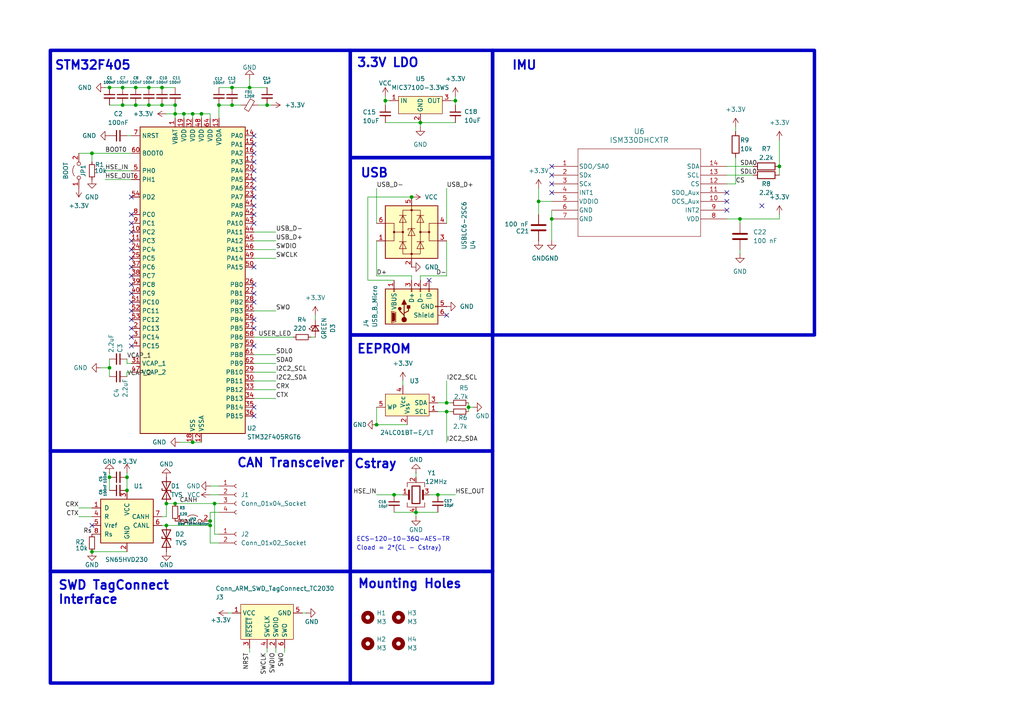
<source format=kicad_sch>
(kicad_sch (version 20231120) (generator "eeschema") (generator_version "8.0")
  (paper "A4")
  (lib_symbols
    (symbol "Connector:Conn_01x02_Socket" (pin_names (offset 1.016) hide)
      (property "Reference" "J" (at 0 2.54 0))
      (property "Value" "Conn_01x02_Socket" (at 0 -5.08 0))
      (symbol "Conn_01x02_Socket_1_1"
        (pin passive line (at -5.08 0 0) (length 3.81) (name "Pin_1") (number "1"))
        (pin passive line (at -5.08 -2.54 0) (length 3.81) (name "Pin_2") (number "2"))
      )
    )
    (symbol "Connector:Conn_01x04_Socket" (pin_names (offset 1.016) hide)
      (property "Reference" "J" (at 0 5.08 0))
      (property "Value" "Conn_01x04_Socket" (at 0 -7.62 0))
      (symbol "Conn_01x04_Socket_1_1"
        (pin passive line (at -5.08 2.54 0) (length 3.81) (name "Pin_1") (number "1"))
        (pin passive line (at -5.08 0 0) (length 3.81) (name "Pin_2") (number "2"))
        (pin passive line (at -5.08 -2.54 0) (length 3.81) (name "Pin_3") (number "3"))
        (pin passive line (at -5.08 -5.08 0) (length 3.81) (name "Pin_4") (number "4"))
      )
    )
    (symbol "Connector:Conn_ARM_SWD_TagConnect_TC2030" (in_bom no)
      (property "Reference" "J" (at 2.54 11.43 0))
      (property "Value" "Conn_ARM_SWD_TagConnect_TC2030" (at 5.08 8.89 0))
      (symbol "Conn_ARM_SWD_TagConnect_TC2030_0_0"
        (pin power_in line (at -2.54 10.16 270) (length 2.54) (name "VCC") (number "1"))
        (pin bidirectional line (at 7.62 -2.54 180) (length 2.54) (name "SWDIO") (number "2"))
        (pin open_collector line (at 7.62 5.08 180) (length 2.54) (name "~{RESET}") (number "3"))
        (pin output line (at 7.62 0 180) (length 2.54) (name "SWCLK") (number "4"))
        (pin power_in line (at -2.54 -10.16 90) (length 2.54) (name "GND") (number "5"))
        (pin input line (at 7.62 -5.08 180) (length 2.54) (name "SWO") (number "6"))
      )
    )
    (symbol "Connector:USB_B_Micro" (pin_names (offset 1.016))
      (property "Reference" "J" (at -5.08 11.43 0))
      (property "Value" "USB_B_Micro" (at -5.08 8.89 0))
      (symbol "USB_B_Micro_1_1"
        (pin power_out line (at 7.62 5.08 180) (length 2.54) (name "VBUS") (number "1"))
        (pin bidirectional line (at 7.62 -2.54 180) (length 2.54) (name "D-") (number "2"))
        (pin bidirectional line (at 7.62 0 180) (length 2.54) (name "D+") (number "3"))
        (pin passive line (at 7.62 -5.08 180) (length 2.54) (name "ID") (number "4"))
        (pin power_out line (at 0 -10.16 90) (length 2.54) (name "GND") (number "5"))
        (pin passive line (at -2.54 -10.16 90) (length 2.54) (name "Shield") (number "6"))
      )
    )
    (symbol "Device:C" (pin_numbers hide) (pin_names (offset 0.254))
      (property "Reference" "C" (at 0.635 2.54 0))
      (property "Value" "C" (at 0.635 -2.54 0))
      (symbol "C_1_1"
        (pin passive line (at 0 3.81 270) (length 2.794) (name "~") (number "1"))
        (pin passive line (at 0 -3.81 90) (length 2.794) (name "~") (number "2"))
      )
    )
    (symbol "Device:C_Small" (pin_numbers hide) (pin_names (offset 0.254) hide)
      (property "Reference" "C" (at 0.254 1.778 0))
      (property "Value" "C_Small" (at 0.254 -2.032 0))
      (symbol "C_Small_1_1"
        (pin passive line (at 0 2.54 270) (length 2.032) (name "~") (number "1"))
        (pin passive line (at 0 -2.54 90) (length 2.032) (name "~") (number "2"))
      )
    )
    (symbol "Device:Crystal_GND24" (pin_names (offset 1.016) hide)
      (property "Reference" "Y" (at 3.175 5.08 0))
      (property "Value" "Crystal_GND24" (at 3.175 3.175 0))
      (symbol "Crystal_GND24_1_1"
        (pin passive line (at -3.81 0 0) (length 1.27) (name "1") (number "1"))
        (pin passive line (at 0 5.08 270) (length 1.27) (name "2") (number "2"))
        (pin passive line (at 3.81 0 180) (length 1.27) (name "3") (number "3"))
        (pin passive line (at 0 -5.08 90) (length 1.27) (name "4") (number "4"))
      )
    )
    (symbol "Device:D_TVS" (pin_numbers hide) (pin_names (offset 1.016) hide)
      (property "Reference" "D" (at 0 2.54 0))
      (property "Value" "D_TVS" (at 0 -2.54 0))
      (symbol "D_TVS_1_1"
        (pin passive line (at -3.81 0 0) (length 2.54) (name "A1") (number "1"))
        (pin passive line (at 3.81 0 180) (length 2.54) (name "A2") (number "2"))
      )
    )
    (symbol "Device:FerriteBead_Small" (pin_numbers hide) (pin_names (offset 0))
      (property "Reference" "FB" (at 1.905 1.27 0))
      (property "Value" "FerriteBead_Small" (at 1.905 -1.27 0))
      (symbol "FerriteBead_Small_1_1"
        (pin passive line (at 0 2.54 270) (length 1.27) (name "~") (number "1"))
        (pin passive line (at 0 -2.54 90) (length 1.27) (name "~") (number "2"))
      )
    )
    (symbol "Device:LED_Small" (pin_numbers hide) (pin_names (offset 0.254) hide)
      (property "Reference" "D" (at -1.27 3.175 0))
      (property "Value" "LED_Small" (at -4.445 -2.54 0))
      (symbol "LED_Small_1_1"
        (pin passive line (at -2.54 0 0) (length 1.778) (name "K") (number "1"))
        (pin passive line (at 2.54 0 180) (length 1.778) (name "A") (number "2"))
      )
    )
    (symbol "Device:R" (pin_numbers hide) (pin_names (offset 0))
      (property "Reference" "R" (at 2.032 0 90))
      (property "Value" "R" (at 0 0 90))
      (symbol "R_1_1"
        (pin passive line (at 0 3.81 270) (length 1.27) (name "~") (number "1"))
        (pin passive line (at 0 -3.81 90) (length 1.27) (name "~") (number "2"))
      )
    )
    (symbol "Device:R_Small" (pin_numbers hide) (pin_names (offset 0.254) hide)
      (property "Reference" "R" (at 0.762 0.508 0))
      (property "Value" "R_Small" (at 0.762 -1.016 0))
      (symbol "R_Small_1_1"
        (pin passive line (at 0 2.54 270) (length 0.762) (name "~") (number "1"))
        (pin passive line (at 0 -2.54 90) (length 0.762) (name "~") (number "2"))
      )
    )
    (symbol "Interface_CAN_LIN:SN65HVD230" (pin_names (offset 1.016))
      (property "Reference" "U" (at -2.54 10.16 0))
      (property "Value" "SN65HVD230" (at -2.54 7.62 0))
      (symbol "SN65HVD230_1_1"
        (pin input line (at -10.16 2.54 0) (length 2.54) (name "D") (number "1"))
        (pin power_in line (at 0 -10.16 90) (length 2.54) (name "GND") (number "2"))
        (pin power_in line (at 0 7.62 270) (length 2.54) (name "VCC") (number "3"))
        (pin output line (at -10.16 0 0) (length 2.54) (name "R") (number "4"))
        (pin output line (at -10.16 -2.54 0) (length 2.54) (name "Vref") (number "5"))
        (pin bidirectional line (at 10.16 -2.54 180) (length 2.54) (name "CANL") (number "6"))
        (pin bidirectional line (at 10.16 0 180) (length 2.54) (name "CANH") (number "7"))
        (pin input line (at -10.16 -5.08 0) (length 2.54) (name "Rs") (number "8"))
      )
    )
    (symbol "Jumper:Jumper_2_Open" (pin_names (offset 0) hide)
      (property "Reference" "JP" (at 0 2.794 0))
      (property "Value" "Jumper_2_Open" (at 0 -2.286 0))
      (symbol "Jumper_2_Open_1_1"
        (pin passive line (at -5.08 0 0) (length 2.54) (name "A") (number "1"))
        (pin passive line (at 5.08 0 180) (length 2.54) (name "B") (number "2"))
      )
    )
    (symbol "Library:24LC01BT-x/LT"
      (property "Reference" "U" (at 5.08 1.27 0))
      (property "Value" "24LC01BT-x/LT" (at 10.16 -1.27 0))
      (symbol "24LC01BT-x/LT_1_1"
        (pin input line (at 8.89 -7.62 180) (length 2.54) (name "SCL") (number "1"))
        (pin power_in line (at 0 -11.43 90) (length 2.54) (name "Vss") (number "2"))
        (pin bidirectional line (at 8.89 -5.08 180) (length 2.54) (name "SDA") (number "3"))
        (pin power_in line (at -1.27 0 270) (length 2.54) (name "Vcc") (number "4"))
        (pin input line (at -8.89 -6.35 0) (length 2.54) (name "WP") (number "5"))
      )
    )
    (symbol "Library:MIC37100-3.3WS"
      (property "Reference" "U" (at 0 1.27 0))
      (property "Value" "MIC37100-3.3WS" (at 0 -1.27 0))
      (symbol "MIC37100-3.3WS_1_1"
        (pin power_in line (at -8.89 -3.81 0) (length 2.54) (name "IN") (number "1"))
        (pin power_in line (at 0 -10.16 90) (length 2.54) (name "GND") (number "2"))
        (pin power_out line (at 8.89 -3.81 180) (length 2.54) (name "OUT") (number "3"))
      )
    )
    (symbol "MCU_ST_STM32F4:STM32F405RGTx"
      (property "Reference" "U" (at -15.24 46.99 0))
      (property "Value" "STM32F405RGTx" (at 10.16 46.99 0))
      (symbol "STM32F405RGTx_1_1"
        (pin power_in line (at -5.08 48.26 270) (length 2.54) (name "VBAT") (number "1"))
        (pin bidirectional line (at -17.78 15.24 0) (length 2.54) (name "PC2") (number "10"))
        (pin bidirectional line (at -17.78 12.7 0) (length 2.54) (name "PC3") (number "11"))
        (pin power_in line (at 2.54 -45.72 90) (length 2.54) (name "VSSA") (number "12"))
        (pin power_in line (at 7.62 48.26 270) (length 2.54) (name "VDDA") (number "13"))
        (pin bidirectional line (at 17.78 43.18 180) (length 2.54) (name "PA0") (number "14"))
        (pin bidirectional line (at 17.78 40.64 180) (length 2.54) (name "PA1") (number "15"))
        (pin bidirectional line (at 17.78 38.1 180) (length 2.54) (name "PA2") (number "16"))
        (pin bidirectional line (at 17.78 35.56 180) (length 2.54) (name "PA3") (number "17"))
        (pin power_in line (at 0 -45.72 90) (length 2.54) (name "VSS") (number "18"))
        (pin power_in line (at -2.54 48.26 270) (length 2.54) (name "VDD") (number "19"))
        (pin bidirectional line (at -17.78 -12.7 0) (length 2.54) (name "PC13") (number "2"))
        (pin bidirectional line (at 17.78 33.02 180) (length 2.54) (name "PA4") (number "20"))
        (pin bidirectional line (at 17.78 30.48 180) (length 2.54) (name "PA5") (number "21"))
        (pin bidirectional line (at 17.78 27.94 180) (length 2.54) (name "PA6") (number "22"))
        (pin bidirectional line (at 17.78 25.4 180) (length 2.54) (name "PA7") (number "23"))
        (pin bidirectional line (at -17.78 10.16 0) (length 2.54) (name "PC4") (number "24"))
        (pin bidirectional line (at -17.78 7.62 0) (length 2.54) (name "PC5") (number "25"))
        (pin bidirectional line (at 17.78 0 180) (length 2.54) (name "PB0") (number "26"))
        (pin bidirectional line (at 17.78 -2.54 180) (length 2.54) (name "PB1") (number "27"))
        (pin bidirectional line (at 17.78 -5.08 180) (length 2.54) (name "PB2") (number "28"))
        (pin bidirectional line (at 17.78 -25.4 180) (length 2.54) (name "PB10") (number "29"))
        (pin bidirectional line (at -17.78 -15.24 0) (length 2.54) (name "PC14") (number "3"))
        (pin bidirectional line (at 17.78 -27.94 180) (length 2.54) (name "PB11") (number "30"))
        (pin power_out line (at -17.78 -22.86 0) (length 2.54) (name "VCAP_1") (number "31"))
        (pin power_in line (at 0 48.26 270) (length 2.54) (name "VDD") (number "32"))
        (pin bidirectional line (at 17.78 -30.48 180) (length 2.54) (name "PB12") (number "33"))
        (pin bidirectional line (at 17.78 -33.02 180) (length 2.54) (name "PB13") (number "34"))
        (pin bidirectional line (at 17.78 -35.56 180) (length 2.54) (name "PB14") (number "35"))
        (pin bidirectional line (at 17.78 -38.1 180) (length 2.54) (name "PB15") (number "36"))
        (pin bidirectional line (at -17.78 5.08 0) (length 2.54) (name "PC6") (number "37"))
        (pin bidirectional line (at -17.78 2.54 0) (length 2.54) (name "PC7") (number "38"))
        (pin bidirectional line (at -17.78 0 0) (length 2.54) (name "PC8") (number "39"))
        (pin bidirectional line (at -17.78 -17.78 0) (length 2.54) (name "PC15") (number "4"))
        (pin bidirectional line (at -17.78 -2.54 0) (length 2.54) (name "PC9") (number "40"))
        (pin bidirectional line (at 17.78 22.86 180) (length 2.54) (name "PA8") (number "41"))
        (pin bidirectional line (at 17.78 20.32 180) (length 2.54) (name "PA9") (number "42"))
        (pin bidirectional line (at 17.78 17.78 180) (length 2.54) (name "PA10") (number "43"))
        (pin bidirectional line (at 17.78 15.24 180) (length 2.54) (name "PA11") (number "44"))
        (pin bidirectional line (at 17.78 12.7 180) (length 2.54) (name "PA12") (number "45"))
        (pin bidirectional line (at 17.78 10.16 180) (length 2.54) (name "PA13") (number "46"))
        (pin power_out line (at -17.78 -25.4 0) (length 2.54) (name "VCAP_2") (number "47"))
        (pin power_in line (at 2.54 48.26 270) (length 2.54) (name "VDD") (number "48"))
        (pin bidirectional line (at 17.78 7.62 180) (length 2.54) (name "PA14") (number "49"))
        (pin bidirectional line (at -17.78 33.02 0) (length 2.54) (name "PH0") (number "5"))
        (pin bidirectional line (at 17.78 5.08 180) (length 2.54) (name "PA15") (number "50"))
        (pin bidirectional line (at -17.78 -5.08 0) (length 2.54) (name "PC10") (number "51"))
        (pin bidirectional line (at -17.78 -7.62 0) (length 2.54) (name "PC11") (number "52"))
        (pin bidirectional line (at -17.78 -10.16 0) (length 2.54) (name "PC12") (number "53"))
        (pin bidirectional line (at -17.78 25.4 0) (length 2.54) (name "PD2") (number "54"))
        (pin bidirectional line (at 17.78 -7.62 180) (length 2.54) (name "PB3") (number "55"))
        (pin bidirectional line (at 17.78 -10.16 180) (length 2.54) (name "PB4") (number "56"))
        (pin bidirectional line (at 17.78 -12.7 180) (length 2.54) (name "PB5") (number "57"))
        (pin bidirectional line (at 17.78 -15.24 180) (length 2.54) (name "PB6") (number "58"))
        (pin bidirectional line (at 17.78 -17.78 180) (length 2.54) (name "PB7") (number "59"))
        (pin bidirectional line (at -17.78 30.48 0) (length 2.54) (name "PH1") (number "6"))
        (pin input line (at -17.78 38.1 0) (length 2.54) (name "BOOT0") (number "60"))
        (pin bidirectional line (at 17.78 -20.32 180) (length 2.54) (name "PB8") (number "61"))
        (pin bidirectional line (at 17.78 -22.86 180) (length 2.54) (name "PB9") (number "62"))
        (pin passive line (at 0 -45.72 90) (length 2.54) hide (name "VSS") (number "63"))
        (pin power_in line (at 5.08 48.26 270) (length 2.54) (name "VDD") (number "64"))
        (pin input line (at -17.78 43.18 0) (length 2.54) (name "NRST") (number "7"))
        (pin bidirectional line (at -17.78 20.32 0) (length 2.54) (name "PC0") (number "8"))
        (pin bidirectional line (at -17.78 17.78 0) (length 2.54) (name "PC1") (number "9"))
      )
    )
    (symbol "Mechanical:MountingHole" (pin_names (offset 1.016))
      (property "Reference" "H" (at 0 5.08 0))
      (property "Value" "MountingHole" (at 0 3.175 0))
    )
    (symbol "Power_Protection:USBLC6-2SC6" (pin_names hide)
      (property "Reference" "U" (at 2.54 8.89 0))
      (property "Value" "USBLC6-2SC6" (at 2.54 -8.89 0))
      (symbol "USBLC6-2SC6_1_1"
        (pin passive line (at -10.16 -2.54 0) (length 2.54) (name "I/O1") (number "1"))
        (pin passive line (at 0 -10.16 90) (length 2.54) (name "GND") (number "2"))
        (pin passive line (at 10.16 -2.54 180) (length 2.54) (name "I/O2") (number "3"))
        (pin passive line (at 10.16 2.54 180) (length 2.54) (name "I/O2") (number "4"))
        (pin passive line (at 0 10.16 270) (length 2.54) (name "VBUS") (number "5"))
        (pin passive line (at -10.16 2.54 0) (length 2.54) (name "I/O1") (number "6"))
      )
    )
    (symbol "ism330dhcx:ISM330DHCXTR" (pin_names (offset 0.254))
      (property "Reference" "U" (at 25.4 10.16 0))
      (property "Value" "ISM330DHCXTR" (at 25.4 7.62 0))
      (symbol "ISM330DHCXTR_0_1"
        (pin unspecified line (at 0 0 0) (length 7.62) (name "SDO/SA0") (number "1"))
        (pin unspecified line (at 50.8 -10.16 180) (length 7.62) (name "OCS_Aux") (number "10"))
        (pin unspecified line (at 50.8 -7.62 180) (length 7.62) (name "SDO_Aux") (number "11"))
        (pin unspecified line (at 50.8 -5.08 180) (length 7.62) (name "CS") (number "12"))
        (pin unspecified line (at 50.8 -2.54 180) (length 7.62) (name "SCL") (number "13"))
        (pin unspecified line (at 50.8 0 180) (length 7.62) (name "SDA") (number "14"))
        (pin unspecified line (at 0 -2.54 0) (length 7.62) (name "SDx") (number "2"))
        (pin unspecified line (at 0 -5.08 0) (length 7.62) (name "SCx") (number "3"))
        (pin input line (at 0 -7.62 0) (length 7.62) (name "INT1") (number "4"))
        (pin power_in line (at 0 -10.16 0) (length 7.62) (name "VDDIO") (number "5"))
        (pin power_out line (at 0 -12.7 0) (length 7.62) (name "GND") (number "6"))
        (pin power_out line (at 0 -15.24 0) (length 7.62) (name "GND") (number "7"))
        (pin power_in line (at 50.8 -15.24 180) (length 7.62) (name "VDD") (number "8"))
        (pin input line (at 50.8 -12.7 180) (length 7.62) (name "INT2") (number "9"))
      )
    )
    (symbol "power:+3.3V" (power) (pin_names (offset 0))
      (property "Value" "+3.3V" (at 0 3.556 0))
      (symbol "+3.3V_1_1"
        (pin power_in line (at 0 0 90) (length 0) hide (name "+3.3V") (number "1"))
      )
    )
    (symbol "power:GND" (power) (pin_numbers hide) (pin_names (offset 0) hide)
      (property "Value" "GND" (at 0 -3.81 0))
      (symbol "GND_1_1"
        (pin power_in line (at 0 0 270) (length 0) (name "~") (number "1"))
      )
    )
    (symbol "power:VCC" (power) (pin_names (offset 0))
      (property "Value" "VCC" (at 0 3.81 0))
      (symbol "VCC_1_1"
        (pin power_in line (at 0 0 90) (length 0) hide (name "VCC") (number "1"))
      )
    )
  )
  (junction (at 132.08 29.21))
  (junction (at 46.99 30.48))
  (junction (at 127 143.51))
  (junction (at 67.31 25.4))
  (junction (at 26.67 44.45))
  (junction (at 36.83 142.24))
  (junction (at 120.65 148.59))
  (junction (at 60.96 152.4))
  (junction (at 35.56 25.4))
  (junction (at 26.67 160.02))
  (junction (at 35.56 30.48))
  (junction (at 31.75 25.4))
  (junction (at 111.76 29.21))
  (junction (at 50.8 146.05))
  (junction (at 43.18 30.48))
  (junction (at 160.02 63.5))
  (junction (at 50.8 30.48))
  (junction (at 214.63 63.5))
  (junction (at 121.92 35.56))
  (junction (at 39.37 30.48))
  (junction (at 55.88 128.27))
  (junction (at 63.5 30.48))
  (junction (at 60.96 151.13))
  (junction (at 55.88 33.02))
  (junction (at 114.3 143.51))
  (junction (at 43.18 25.4))
  (junction (at 46.99 25.4))
  (junction (at 129.54 119.38))
  (junction (at 72.39 25.4))
  (junction (at 48.26 152.4))
  (junction (at 31.75 106.68))
  (junction (at 58.42 33.02))
  (junction (at 67.31 30.48))
  (junction (at 53.34 33.02))
  (junction (at 156.21 58.42))
  (junction (at 129.54 116.84))
  (junction (at 77.47 30.48))
  (junction (at 119.38 57.15))
  (junction (at 36.83 138.43))
  (junction (at 31.75 138.43))
  (junction (at 62.23 146.05))
  (junction (at 50.8 33.02))
  (junction (at 109.22 123.19))
  (junction (at 39.37 25.4))
  (junction (at 135.89 118.11))
  (junction (at 226.06 48.26))
  (junction (at 48.26 146.05))
  (no_connect (at 38.1 69.85))
  (no_connect (at 38.1 77.47))
  (no_connect (at 73.66 95.25))
  (no_connect (at 73.66 54.61))
  (no_connect (at 210.82 55.88))
  (no_connect (at 38.1 87.63))
  (no_connect (at 38.1 85.09))
  (no_connect (at 73.66 44.45))
  (no_connect (at 160.02 53.34))
  (no_connect (at 38.1 62.23))
  (no_connect (at 73.66 52.07))
  (no_connect (at 124.46 81.28))
  (no_connect (at 38.1 97.79))
  (no_connect (at 38.1 72.39))
  (no_connect (at 73.66 57.15))
  (no_connect (at 73.66 46.99))
  (no_connect (at 73.66 85.09))
  (no_connect (at 220.98 59.69))
  (no_connect (at 210.82 60.96))
  (no_connect (at 38.1 64.77))
  (no_connect (at 73.66 64.77))
  (no_connect (at 73.66 92.71))
  (no_connect (at 38.1 80.01))
  (no_connect (at 38.1 90.17))
  (no_connect (at 38.1 74.93))
  (no_connect (at 38.1 82.55))
  (no_connect (at 73.66 62.23))
  (no_connect (at 38.1 67.31))
  (no_connect (at 160.02 48.26))
  (no_connect (at 38.1 95.25))
  (no_connect (at 73.66 59.69))
  (no_connect (at 210.82 58.42))
  (no_connect (at 73.66 49.53))
  (no_connect (at 160.02 55.88))
  (no_connect (at 38.1 92.71))
  (no_connect (at 160.02 50.8))
  (no_connect (at 73.66 118.11))
  (no_connect (at 73.66 82.55))
  (no_connect (at 73.66 39.37))
  (no_connect (at 73.66 120.65))
  (no_connect (at 129.54 91.44))
  (no_connect (at 73.66 41.91))
  (no_connect (at 38.1 57.15))
  (no_connect (at 73.66 100.33))
  (no_connect (at 73.66 77.47))
  (no_connect (at 38.1 100.33))
  (no_connect (at 73.66 87.63))
  (no_connect (at 26.67 152.4))
  (wire (pts (xy 55.88 33.02) (xy 53.34 33.02)))
  (wire (pts (xy 31.75 106.68) (xy 31.75 109.22)))
  (wire (pts (xy 160.02 63.5) (xy 160.02 69.85)))
  (wire (pts (xy 210.82 53.34) (xy 213.36 53.34)))
  (wire (pts (xy 109.22 69.85) (xy 109.22 80.01)))
  (wire (pts (xy 74.93 30.48) (xy 77.47 30.48)))
  (wire (pts (xy 67.31 25.4) (xy 72.39 25.4)))
  (wire (pts (xy 129.54 119.38) (xy 130.81 119.38)))
  (wire (pts (xy 63.5 30.48) (xy 63.5 34.29)))
  (wire (pts (xy 31.75 104.14) (xy 31.75 106.68)))
  (wire (pts (xy 36.83 105.41) (xy 38.1 105.41)))
  (wire (pts (xy 213.36 36.83) (xy 213.36 38.1)))
  (wire (pts (xy 129.54 110.49) (xy 129.54 116.84)))
  (wire (pts (xy 80.01 105.41) (xy 73.66 105.41)))
  (wire (pts (xy 129.54 80.01) (xy 129.54 69.85)))
  (wire (pts (xy 73.66 69.85) (xy 80.01 69.85)))
  (wire (pts (xy 129.54 116.84) (xy 127 116.84)))
  (wire (pts (xy 111.76 35.56) (xy 121.92 35.56)))
  (wire (pts (xy 55.88 34.29) (xy 55.88 33.02)))
  (wire (pts (xy 46.99 25.4) (xy 50.8 25.4)))
  (wire (pts (xy 62.23 154.94) (xy 63.5 154.94)))
  (wire (pts (xy 129.54 119.38) (xy 127 119.38)))
  (wire (pts (xy 30.48 49.53) (xy 38.1 49.53)))
  (wire (pts (xy 22.86 149.86) (xy 26.67 149.86)))
  (wire (pts (xy 31.75 137.16) (xy 31.75 138.43)))
  (wire (pts (xy 60.96 33.02) (xy 58.42 33.02)))
  (wire (pts (xy 80.01 189.23) (xy 80.01 187.96)))
  (wire (pts (xy 60.96 157.48) (xy 63.5 157.48)))
  (wire (pts (xy 114.3 148.59) (xy 120.65 148.59)))
  (wire (pts (xy 39.37 30.48) (xy 43.18 30.48)))
  (wire (pts (xy 55.88 33.02) (xy 58.42 33.02)))
  (wire (pts (xy 35.56 25.4) (xy 39.37 25.4)))
  (wire (pts (xy 60.96 140.97) (xy 63.5 140.97)))
  (wire (pts (xy 48.26 152.4) (xy 60.96 152.4)))
  (wire (pts (xy 63.5 25.4) (xy 67.31 25.4)))
  (wire (pts (xy 114.3 143.51) (xy 116.84 143.51)))
  (wire (pts (xy 121.92 36.83) (xy 121.92 35.56)))
  (wire (pts (xy 73.66 67.31) (xy 80.01 67.31)))
  (wire (pts (xy 135.89 116.84) (xy 135.89 118.11)))
  (wire (pts (xy 62.23 146.05) (xy 62.23 154.94)))
  (wire (pts (xy 26.67 46.99) (xy 26.67 44.45)))
  (wire (pts (xy 60.96 152.4) (xy 60.96 157.48)))
  (wire (pts (xy 111.76 29.21) (xy 113.03 29.21)))
  (wire (pts (xy 73.66 97.79) (xy 85.09 97.79)))
  (wire (pts (xy 135.89 118.11) (xy 137.16 118.11)))
  (wire (pts (xy 106.68 81.28) (xy 106.68 57.15)))
  (wire (pts (xy 72.39 25.4) (xy 77.47 25.4)))
  (wire (pts (xy 60.96 151.13) (xy 60.96 148.59)))
  (wire (pts (xy 60.96 151.13) (xy 60.96 152.4)))
  (wire (pts (xy 48.26 33.02) (xy 50.8 33.02)))
  (wire (pts (xy 62.23 146.05) (xy 63.5 146.05)))
  (wire (pts (xy 43.18 30.48) (xy 46.99 30.48)))
  (wire (pts (xy 226.06 48.26) (xy 226.06 50.8)))
  (wire (pts (xy 120.65 137.16) (xy 120.65 138.43)))
  (wire (pts (xy 31.75 25.4) (xy 35.56 25.4)))
  (wire (pts (xy 127 143.51) (xy 132.08 143.51)))
  (wire (pts (xy 36.83 104.14) (xy 36.83 105.41)))
  (wire (pts (xy 116.84 110.49) (xy 116.84 111.76)))
  (wire (pts (xy 36.83 137.16) (xy 36.83 138.43)))
  (wire (pts (xy 80.01 102.87) (xy 73.66 102.87)))
  (wire (pts (xy 109.22 118.11) (xy 109.22 123.19)))
  (wire (pts (xy 50.8 33.02) (xy 53.34 33.02)))
  (wire (pts (xy 114.3 81.28) (xy 106.68 81.28)))
  (wire (pts (xy 109.22 54.61) (xy 109.22 64.77)))
  (wire (pts (xy 48.26 149.86) (xy 48.26 146.05)))
  (wire (pts (xy 132.08 29.21) (xy 132.08 30.48)))
  (wire (pts (xy 50.8 146.05) (xy 62.23 146.05)))
  (wire (pts (xy 91.44 91.44) (xy 91.44 92.71)))
  (wire (pts (xy 46.99 30.48) (xy 50.8 30.48)))
  (wire (pts (xy 119.38 80.01) (xy 119.38 81.28)))
  (wire (pts (xy 63.5 30.48) (xy 67.31 30.48)))
  (wire (pts (xy 156.21 54.61) (xy 156.21 58.42)))
  (wire (pts (xy 36.83 138.43) (xy 36.83 142.24)))
  (wire (pts (xy 82.55 189.23) (xy 82.55 187.96)))
  (wire (pts (xy 73.66 107.95) (xy 80.01 107.95)))
  (wire (pts (xy 214.63 72.39) (xy 214.63 73.66)))
  (wire (pts (xy 46.99 149.86) (xy 48.26 149.86)))
  (wire (pts (xy 132.08 27.94) (xy 132.08 29.21)))
  (wire (pts (xy 214.63 63.5) (xy 210.82 63.5)))
  (wire (pts (xy 67.31 30.48) (xy 69.85 30.48)))
  (wire (pts (xy 31.75 30.48) (xy 35.56 30.48)))
  (wire (pts (xy 91.44 97.79) (xy 90.17 97.79)))
  (wire (pts (xy 127 143.51) (xy 124.46 143.51)))
  (wire (pts (xy 210.82 48.26) (xy 218.44 48.26)))
  (wire (pts (xy 36.83 109.22) (xy 36.83 107.95)))
  (wire (pts (xy 87.63 177.8) (xy 88.9 177.8)))
  (wire (pts (xy 73.66 115.57) (xy 80.01 115.57)))
  (wire (pts (xy 130.81 29.21) (xy 132.08 29.21)))
  (wire (pts (xy 73.66 90.17) (xy 80.01 90.17)))
  (wire (pts (xy 129.54 128.27) (xy 129.54 119.38)))
  (wire (pts (xy 53.34 33.02) (xy 53.34 34.29)))
  (wire (pts (xy 73.66 110.49) (xy 80.01 110.49)))
  (wire (pts (xy 60.96 148.59) (xy 63.5 148.59)))
  (wire (pts (xy 50.8 30.48) (xy 50.8 33.02)))
  (wire (pts (xy 213.36 45.72) (xy 213.36 53.34)))
  (wire (pts (xy 226.06 40.64) (xy 226.06 48.26)))
  (wire (pts (xy 156.21 58.42) (xy 156.21 62.23)))
  (wire (pts (xy 22.86 147.32) (xy 26.67 147.32)))
  (wire (pts (xy 50.8 34.29) (xy 50.8 33.02)))
  (wire (pts (xy 210.82 50.8) (xy 218.44 50.8)))
  (wire (pts (xy 135.89 118.11) (xy 135.89 119.38)))
  (wire (pts (xy 160.02 60.96) (xy 160.02 63.5)))
  (wire (pts (xy 66.04 177.8) (xy 67.31 177.8)))
  (wire (pts (xy 48.26 146.05) (xy 50.8 146.05)))
  (wire (pts (xy 72.39 22.86) (xy 72.39 25.4)))
  (wire (pts (xy 129.54 54.61) (xy 129.54 64.77)))
  (wire (pts (xy 120.65 148.59) (xy 127 148.59)))
  (wire (pts (xy 26.67 44.45) (xy 38.1 44.45)))
  (wire (pts (xy 55.88 128.27) (xy 58.42 128.27)))
  (wire (pts (xy 35.56 30.48) (xy 39.37 30.48)))
  (wire (pts (xy 73.66 74.93) (xy 80.01 74.93)))
  (wire (pts (xy 226.06 62.23) (xy 226.06 63.5)))
  (wire (pts (xy 121.92 81.28) (xy 121.92 80.01)))
  (wire (pts (xy 46.99 152.4) (xy 48.26 152.4)))
  (wire (pts (xy 109.22 123.19) (xy 118.11 123.19)))
  (wire (pts (xy 121.92 80.01) (xy 129.54 80.01)))
  (wire (pts (xy 106.68 57.15) (xy 119.38 57.15)))
  (wire (pts (xy 60.96 143.51) (xy 63.5 143.51)))
  (wire (pts (xy 29.21 106.68) (xy 31.75 106.68)))
  (wire (pts (xy 121.92 35.56) (xy 132.08 35.56)))
  (wire (pts (xy 73.66 72.39) (xy 80.01 72.39)))
  (wire (pts (xy 30.48 25.4) (xy 31.75 25.4)))
  (wire (pts (xy 111.76 30.48) (xy 111.76 29.21)))
  (wire (pts (xy 43.18 25.4) (xy 46.99 25.4)))
  (wire (pts (xy 109.22 80.01) (xy 119.38 80.01)))
  (wire (pts (xy 72.39 189.23) (xy 72.39 187.96)))
  (wire (pts (xy 160.02 58.42) (xy 156.21 58.42)))
  (wire (pts (xy 30.48 52.07) (xy 38.1 52.07)))
  (wire (pts (xy 60.96 34.29) (xy 60.96 33.02)))
  (wire (pts (xy 214.63 63.5) (xy 226.06 63.5)))
  (wire (pts (xy 52.07 128.27) (xy 55.88 128.27)))
  (wire (pts (xy 58.42 34.29) (xy 58.42 33.02)))
  (wire (pts (xy 129.54 116.84) (xy 130.81 116.84)))
  (wire (pts (xy 26.67 160.02) (xy 36.83 160.02)))
  (wire (pts (xy 111.76 27.94) (xy 111.76 29.21)))
  (wire (pts (xy 80.01 113.03) (xy 73.66 113.03)))
  (wire (pts (xy 120.65 148.59) (xy 120.65 149.86)))
  (wire (pts (xy 109.22 143.51) (xy 114.3 143.51)))
  (wire (pts (xy 77.47 30.48) (xy 78.74 30.48)))
  (wire (pts (xy 36.83 107.95) (xy 38.1 107.95)))
  (wire (pts (xy 22.86 44.45) (xy 26.67 44.45)))
  (wire (pts (xy 39.37 25.4) (xy 43.18 25.4)))
  (wire (pts (xy 77.47 189.23) (xy 77.47 187.96)))
  (wire (pts (xy 214.63 64.77) (xy 214.63 63.5)))
  (wire (pts (xy 36.83 39.37) (xy 38.1 39.37)))
  (wire (pts (xy 31.75 138.43) (xy 31.75 142.24)))
  (rectangle (start 14.605 130.81) (end 101.6 165.735) (stroke (width 1)))
  (rectangle (start 101.6 130.81) (end 142.875 165.735) (stroke (width 1)))
  (rectangle (start 101.6 165.735) (end 142.875 198.12) (stroke (width 1)))
  (rectangle (start 101.6 97.155) (end 142.875 130.81) (stroke (width 1)))
  (rectangle (start 14.605 14.605) (end 101.6 130.81) (stroke (width 1)))
  (rectangle (start 14.605 165.735) (end 101.6 198.12) (stroke (width 1)))
  (rectangle (start 101.6 14.605) (end 142.875 45.72) (stroke (width 1)))
  (rectangle (start 101.6 45.72) (end 142.875 97.155) (stroke (width 1)))
  (rectangle (start 142.875 14.605) (end 236.22 97.155) (stroke (width 1)))
  (text "EEPROM" (at 103.378 102.87 0) (effects (font (size 2.56 2.56) (thickness 0.512) (bold yes)) (justify left bottom)))
  (text "STM32F405" (at 15.748 20.574 0) (effects (font (size 2.56 2.56) (thickness 0.512) (bold yes)) (justify left bottom)))
  (text "Cload = 2*(CL - Cstray)" (at 103.378 159.766 0) (effects (font (size 1.27 1.27)) (justify left bottom)))
  (text "IMU" (at 148.336 20.574 0) (effects (font (size 2.56 2.56) (thickness 0.512) (bold yes)) (justify left bottom)))
  (text "Cstray" (at 102.616 136.144 0) (effects (font (size 2.56 2.56) (thickness 0.512) (bold yes)) (justify left bottom)))
  (text "SWD TagConnect\nInterface" (at 16.764 175.514 0) (effects (font (size 2.56 2.56) (thickness 0.512) (bold yes)) (justify left bottom)))
  (text "CAN Transceiver" (at 68.58 135.89 0) (effects (font (size 2.56 2.56) (thickness 0.512) (bold yes)) (justify left bottom)))
  (text "ECS-120-10-36Q-AES-TR" (at 103.378 157.226 0) (effects (font (size 1.27 1.27)) (justify left bottom)))
  (text "3.3V LDO" (at 103.378 19.812 0) (effects (font (size 2.56 2.56) (thickness 0.512) (bold yes)) (justify left bottom)))
  (text "USB" (at 104.394 51.816 0) (effects (font (size 2.56 2.56) (thickness 0.512) (bold yes)) (justify left bottom)))
  (text "Mounting Holes" (at 103.632 170.942 0) (effects (font (size 2.56 2.56) (thickness 0.512) (bold yes)) (justify left bottom)))
  (label "HSE_OUT" (at 132.08 143.51 0))
  (label "USER_LED" (at 74.93 97.79 0))
  (label "USB_D+" (at 80.01 69.85 0))
  (label "I2C2_SCL" (at 129.54 110.49 0))
  (label "CRX" (at 80.01 113.03 0))
  (label "SWDIO" (at 80.01 189.23 270))
  (label "SWO" (at 80.01 90.17 0))
  (label "HSE_OUT" (at 30.48 52.07 0))
  (label "CS" (at 213.36 53.34 0))
  (label "BOOT0" (at 30.48 44.45 0))
  (label "Rs" (at 26.67 154.94 180))
  (label "CTX" (at 22.86 149.86 180))
  (label "CANL" (at 52.07 152.4 0))
  (label "SDA0" (at 214.63 48.26 0))
  (label "SDL0" (at 80.01 102.87 0))
  (label "SWDIO" (at 80.01 72.39 0))
  (label "SWCLK" (at 80.01 74.93 0))
  (label "D-" (at 129.54 80.01 180))
  (label "USB_D-" (at 80.01 67.31 0))
  (label "NRST" (at 72.39 189.23 270))
  (label "VCAP_1" (at 36.83 104.14 0))
  (label "USB_D-" (at 109.22 54.61 0))
  (label "SWCLK" (at 77.47 189.23 270))
  (label "HSE_IN" (at 30.48 49.53 0))
  (label "D+" (at 109.22 80.01 0))
  (label "SWO" (at 82.55 189.23 270))
  (label "USB_D+" (at 129.54 54.61 0))
  (label "CTX" (at 80.01 115.57 0))
  (label "CRX" (at 22.86 147.32 180))
  (label "SDA0" (at 80.01 105.41 0))
  (label "VCAP_2" (at 36.83 109.22 0))
  (label "HSE_IN" (at 109.22 143.51 180))
  (label "I2C2_SCL" (at 80.01 107.95 0))
  (label "I2C2_SDA" (at 129.54 128.27 0))
  (label "I2C2_SDA" (at 80.01 110.49 0))
  (label "SDL0" (at 214.63 50.8 0))
  (label "CANH" (at 52.07 146.05 0))
  (symbol (lib_id "power:GND") (at 26.67 160.02 0) (unit 1)
    (property "Reference" "#PWR03" (effects (hide yes)))
    (property "Value" "GND" (at 26.67 163.83 0))
    (property "Description" "Power symbol creates a global label with name \"GND\" , ground" (effects (hide yes)))
  )
  (symbol (lib_id "Device:C_Small") (at 114.3 146.05 0) (unit 1)
    (property "Reference" "C16" (at 109.728 145.542 0) (effects (font (size 0.75 0.75)) (justify left)))
    (property "Value" "10pF" (at 109.728 146.812 0) (effects (font (size 0.75 0.75)) (justify left)))
    (property "Footprint" "Capacitor_SMD:C_0402_1005Metric" (effects (hide yes)))
  )
  (symbol (lib_id "power:GND") (at 214.63 73.66 0) (mirror y) (unit 1)
    (property "Reference" "#PWR038" (effects (hide yes)))
    (property "Value" "GND" (at 214.63 78.74 0))
    (property "Description" "Power symbol creates a global label with name \"GND\" , ground" (effects (hide yes)))
  )
  (symbol (lib_id "Device:C_Small") (at 43.18 27.94 0) (unit 1)
    (property "Reference" "C9" (at 42.418 22.606 0) (effects (font (size 0.75 0.75)) (justify left)))
    (property "Value" "100nF" (at 41.402 23.876 0) (effects (font (size 0.75 0.75)) (justify left)))
    (property "Footprint" "Capacitor_SMD:C_0402_1005Metric" (effects (hide yes)))
  )
  (symbol (lib_id "power:+3.3V") (at 78.74 30.48 270) (unit 1)
    (property "Reference" "#PWR017" (effects (hide yes)))
    (property "Value" "+3.3V" (at 82.55 30.4799 90) (effects (justify left)))
  )
  (symbol (lib_id "power:+3.3V") (at 48.26 33.02 90) (unit 1)
    (property "Reference" "#PWR09" (effects (hide yes)))
    (property "Value" "+3.3V" (at 44.45 33.0199 90) (effects (justify left)))
  )
  (symbol (lib_id "Device:C_Small") (at 111.76 33.02 0) (unit 1)
    (property "Reference" "C15" (at 105.156 32.512 0) (effects (justify left)))
    (property "Value" "10uF" (at 105.156 35.052 0) (effects (justify left)))
    (property "Footprint" "Capacitor_SMD:C_0805_2012Metric" (effects (hide yes)))
  )
  (symbol (lib_id "Device:C_Small") (at 50.8 27.94 0) (unit 1)
    (property "Reference" "C11" (at 50.038 22.606 0) (effects (font (size 0.75 0.75)) (justify left)))
    (property "Value" "100nF" (at 49.022 23.876 0) (effects (font (size 0.75 0.75)) (justify left)))
    (property "Footprint" "Capacitor_SMD:C_0402_1005Metric" (effects (hide yes)))
  )
  (symbol (lib_id "power:GND") (at 48.26 138.43 180) (unit 1)
    (property "Reference" "#PWR010" (effects (hide yes)))
    (property "Value" "GND" (at 48.26 134.62 0))
    (property "Description" "Power symbol creates a global label with name \"GND\" , ground" (effects (hide yes)))
  )
  (symbol (lib_id "Device:C") (at 156.21 66.04 0) (mirror x) (unit 1)
    (property "Reference" "C21" (at 149.606 67.056 0) (effects (justify left)))
    (property "Value" "100 nF" (at 146.304 65.024 0) (effects (justify left)))
    (property "Footprint" "Capacitor_SMD:C_0402_1005Metric" (effects (hide yes)))
  )
  (symbol (lib_id "power:GND") (at 119.38 77.47 90) (unit 1)
    (property "Reference" "#PWR024" (effects (hide yes)))
    (property "Value" "GND" (at 123.19 77.4699 90) (effects (justify right)))
    (property "Description" "Power symbol creates a global label with name \"GND\" , ground" (effects (hide yes)))
  )
  (symbol (lib_id "MCU_ST_STM32F4:STM32F405RGTx") (at 55.88 82.55 0) (unit 1)
    (property "Reference" "U2" (at 71.628 124.206 0) (effects (justify left)))
    (property "Value" "STM32F405RGT6" (at 71.628 126.746 0) (effects (justify left)))
    (property "Footprint" "Package_QFP:LQFP-64_10x10mm_P0.5mm" (effects (hide yes)))
    (property "Datasheet" "https://www.st.com/resource/en/datasheet/stm32f405rg.pdf" (effects (hide yes)))
  )
  (symbol (lib_id "power:+3.3V") (at 213.36 36.83 0) (unit 1)
    (property "Reference" "#PWR036" (effects (hide yes)))
    (property "Value" "+3.3V" (at 213.36 31.75 0))
  )
  (symbol (lib_id "power:GND") (at 31.75 137.16 180) (unit 1)
    (property "Reference" "#PWR07" (effects (hide yes)))
    (property "Value" "GND" (at 31.75 133.858 0))
    (property "Description" "Power symbol creates a global label with name \"GND\" , ground" (effects (hide yes)))
  )
  (symbol (lib_id "Device:C") (at 214.63 68.58 0) (unit 1)
    (property "Reference" "C22" (at 218.44 67.31 0) (effects (justify left)))
    (property "Value" "100 nF" (at 218.44 69.85 0) (effects (justify left)))
    (property "Footprint" "Capacitor_SMD:C_0402_1005Metric" (effects (hide yes)))
  )
  (symbol (lib_id "power:GND") (at 30.48 25.4 270) (unit 1)
    (property "Reference" "#PWR05" (effects (hide yes)))
    (property "Value" "GND" (at 26.67 25.3999 90) (effects (justify right)))
    (property "Description" "Power symbol creates a global label with name \"GND\" , ground" (effects (hide yes)))
  )
  (symbol (lib_id "Mechanical:MountingHole") (at 106.68 186.69 0) (unit 1)
    (property "Reference" "H2" (at 109.22 185.42 0) (effects (justify left)))
    (property "Value" "M3" (at 109.22 187.96 0) (effects (justify left)))
    (property "Footprint" "MountingHole:MountingHole_3.2mm_M3" (effects (hide yes)))
  )
  (symbol (lib_id "Jumper:Jumper_2_Open") (at 55.88 151.13 0) (unit 1)
    (property "Reference" "JP2" (at 55.88 150.622 0) (effects (font (size 0.75 0.75))))
    (property "Value" "Bus Termination" (at 56.134 151.892 0) (effects (font (size 0.75 0.75))))
    (property "Footprint" "Connector_PinHeader_2.54mm:PinHeader_1x02_P2.54mm_Vertical" (effects (hide yes)))
  )
  (symbol (lib_id "Device:C_Small") (at 67.31 27.94 0) (unit 1)
    (property "Reference" "C13" (at 66.04 22.7393 0) (effects (font (size 0.75 0.75)) (justify left)))
    (property "Value" "1uF" (at 66.294 23.876 0) (effects (font (size 0.75 0.75)) (justify left)))
    (property "Footprint" "Capacitor_SMD:C_0603_1608Metric" (effects (hide yes)))
  )
  (symbol (lib_id "Device:R_Small") (at 50.8 148.59 0) (unit 1)
    (property "Reference" "R3" (at 52.07 147.32 0) (effects (font (size 0.75 0.75)) (justify left)))
    (property "Value" "120" (at 52.07 149.098 0) (effects (font (size 0.75 0.75)) (justify left)))
    (property "Footprint" "Resistor_SMD:R_0603_1608Metric" (effects (hide yes)))
  )
  (symbol (lib_id "Connector:Conn_ARM_SWD_TagConnect_TC2030") (at 77.47 180.34 90) (mirror x) (unit 1) (in_bom no)
    (property "Reference" "J3" (at 62.484 173.228 90) (effects (justify right)))
    (property "Value" "Conn_ARM_SWD_TagConnect_TC2030" (at 62.484 170.688 90) (effects (justify right)))
    (property "Footprint" "Connector:Tag-Connect_TC2030-IDC-NL_2x03_P1.27mm_Vertical" (effects (hide yes)))
    (property "Datasheet" "https://www.tag-connect.com/wp-content/uploads/bsk-pdf-manager/TC2030-CTX_1.pdf" (effects (hide yes)))
  )
  (symbol (lib_id "power:+3.3V") (at 226.06 62.23 0) (unit 1)
    (property "Reference" "#PWR037" (effects (hide yes)))
    (property "Value" "+3.3V" (at 226.06 57.15 0))
  )
  (symbol (lib_id "power:GND") (at 60.96 140.97 270) (unit 1)
    (property "Reference" "#PWR013" (effects (hide yes)))
    (property "Value" "GND" (at 58.166 140.97 90) (effects (justify right)))
    (property "Description" "Power symbol creates a global label with name \"GND\" , ground" (effects (hide yes)))
  )
  (symbol (lib_id "power:+3.3V") (at 36.83 137.16 0) (unit 1)
    (property "Reference" "#PWR08" (effects (hide yes)))
    (property "Value" "+3.3V" (at 36.83 133.858 0))
  )
  (symbol (lib_id "power:+3.3V") (at 22.86 54.61 180) (unit 1)
    (property "Reference" "#PWR01" (effects (hide yes)))
    (property "Value" "+3.3V" (at 22.86 59.69 0))
  )
  (symbol (lib_id "Device:C_Small") (at 132.08 33.02 0) (unit 1)
    (property "Reference" "C18" (at 134.62 32.3913 0) (effects (justify left)))
    (property "Value" "10uF" (at 134.62 34.9313 0) (effects (justify left)))
    (property "Footprint" "Capacitor_SMD:C_0805_2012Metric" (effects (hide yes)))
  )
  (symbol (lib_id "Library:MIC37100-3.3WS") (at 121.92 25.4 0) (unit 1)
    (property "Reference" "U5" (at 121.92 22.86 0))
    (property "Value" "MIC37100-3.3WS" (at 121.92 25.4 0))
    (property "Footprint" "Package_TO_SOT_SMD:SOT-223-3_TabPin2" (effects (hide yes)))
  )
  (symbol (lib_id "Device:C_Small") (at 31.75 27.94 0) (unit 1)
    (property "Reference" "C1" (at 30.988 22.606 0) (effects (font (size 0.75 0.75)) (justify left)))
    (property "Value" "100nF" (at 29.972 23.876 0) (effects (font (size 0.75 0.75)) (justify left)))
    (property "Footprint" "Capacitor_SMD:C_0402_1005Metric" (effects (hide yes)))
  )
  (symbol (lib_id "power:+3.3V") (at 132.08 27.94 0) (unit 1)
    (property "Reference" "#PWR029" (effects (hide yes)))
    (property "Value" "+3.3V" (at 132.08 22.86 0))
  )
  (symbol (lib_id "Device:C_Small") (at 39.37 27.94 0) (unit 1)
    (property "Reference" "C8" (at 38.608 22.606 0) (effects (font (size 0.75 0.75)) (justify left)))
    (property "Value" "100nF" (at 37.592 23.876 0) (effects (font (size 0.75 0.75)) (justify left)))
    (property "Footprint" "Capacitor_SMD:C_0402_1005Metric" (effects (hide yes)))
  )
  (symbol (lib_id "Device:R_Small") (at 26.67 157.48 0) (unit 1)
    (property "Reference" "R2" (at 21.844 157.226 0) (effects (justify left)))
    (property "Value" "10k" (at 21.844 159.004 0) (effects (justify left)))
    (property "Footprint" "Resistor_SMD:R_0805_2012Metric" (effects (hide yes)))
  )
  (symbol (lib_id "Power_Protection:USBLC6-2SC6") (at 119.38 67.31 0) (unit 1)
    (property "Reference" "U4" (at 137.16 72.39 90) (effects (justify left)))
    (property "Value" "USBLC6-2SC6" (at 134.62 72.39 90) (effects (justify left)))
    (property "Footprint" "Package_TO_SOT_SMD:SOT-23-6" (effects (hide yes)))
    (property "Datasheet" "https://www.st.com/resource/en/datasheet/usblc6-2.pdf" (effects (hide yes)))
  )
  (symbol (lib_id "Device:C_Small") (at 35.56 27.94 0) (unit 1)
    (property "Reference" "C7" (at 34.798 22.606 0) (effects (font (size 0.75 0.75)) (justify left)))
    (property "Value" "100nF" (at 33.782 23.876 0) (effects (font (size 0.75 0.75)) (justify left)))
    (property "Footprint" "Capacitor_SMD:C_0402_1005Metric" (effects (hide yes)))
  )
  (symbol (lib_id "Device:R_Small") (at 87.63 97.79 270) (unit 1)
    (property "Reference" "R4" (at 88.9 92.71 90) (effects (justify right)))
    (property "Value" "220" (at 88.9 95.25 90) (effects (justify right)))
    (property "Footprint" "Resistor_SMD:R_0805_2012Metric" (effects (hide yes)))
  )
  (symbol (lib_id "Device:R_Small") (at 133.35 119.38 90) (unit 1)
    (property "Reference" "R6" (at 135.636 121.158 90) (effects (justify left)))
    (property "Value" "2.7k" (at 135.636 123.698 90) (effects (justify left)))
    (property "Footprint" "Resistor_SMD:R_0603_1608Metric" (effects (hide yes)))
  )
  (symbol (lib_id "Device:D_TVS") (at 48.26 156.21 90) (unit 1)
    (property "Reference" "D2" (at 50.8 154.94 90) (effects (justify right)))
    (property "Value" "TVS" (at 50.8 157.48 90) (effects (justify right)))
    (property "Footprint" "Library:SOD-123FL" (effects (hide yes)))
  )
  (symbol (lib_id "Device:R") (at 222.25 48.26 90) (unit 1)
    (property "Reference" "R7" (at 222.25 43.18 90))
    (property "Value" "2.2k" (at 222.25 45.72 90))
    (property "Footprint" "Resistor_SMD:R_0603_1608Metric" (effects (hide yes)))
  )
  (symbol (lib_id "power:GND") (at 121.92 36.83 0) (unit 1)
    (property "Reference" "#PWR027" (effects (hide yes)))
    (property "Value" "GND" (at 121.92 41.91 0))
    (property "Description" "Power symbol creates a global label with name \"GND\" , ground" (effects (hide yes)))
  )
  (symbol (lib_id "Mechanical:MountingHole") (at 106.68 179.07 0) (unit 1)
    (property "Reference" "H1" (at 109.22 177.8 0) (effects (justify left)))
    (property "Value" "M3" (at 109.22 180.34 0) (effects (justify left)))
    (property "Footprint" "MountingHole:MountingHole_3.2mm_M3" (effects (hide yes)))
  )
  (symbol (lib_id "power:GND") (at 160.02 69.85 0) (unit 1)
    (property "Reference" "#PWR031" (effects (hide yes)))
    (property "Value" "GND" (at 160.02 74.93 0))
    (property "Description" "Power symbol creates a global label with name \"GND\" , ground" (effects (hide yes)))
  )
  (symbol (lib_id "Device:R") (at 213.36 41.91 0) (unit 1)
    (property "Reference" "R9" (at 214.63 40.64 0) (effects (justify left)))
    (property "Value" "10k" (at 214.63 43.18 0) (effects (justify left)))
    (property "Footprint" "Resistor_SMD:R_0805_2012Metric" (effects (hide yes)))
  )
  (symbol (lib_id "power:GND") (at 88.9 177.8 90) (unit 1)
    (property "Reference" "#PWR018" (effects (hide yes)))
    (property "Value" "GND" (at 90.424 180.34 90))
  )
  (symbol (lib_id "Device:C_Small") (at 46.99 27.94 0) (unit 1)
    (property "Reference" "C10" (at 46.228 22.606 0) (effects (font (size 0.75 0.75)) (justify left)))
    (property "Value" "100nF" (at 45.212 23.876 0) (effects (font (size 0.75 0.75)) (justify left)))
    (property "Footprint" "Capacitor_SMD:C_0402_1005Metric" (effects (hide yes)))
  )
  (symbol (lib_id "power:VCC") (at 119.38 57.15 270) (unit 1)
    (property "Reference" "#PWR023" (effects (hide yes)))
    (property "Value" "VCC" (at 123.19 57.1499 90) (effects (justify left)))
  )
  (symbol (lib_id "Device:C_Small") (at 34.29 39.37 90) (unit 1)
    (property "Reference" "C2" (at 34.2963 33.02 90))
    (property "Value" "100nF" (at 34.2963 35.56 90))
    (property "Footprint" "Capacitor_SMD:C_0402_1005Metric" (effects (hide yes)))
  )
  (symbol (lib_id "power:GND") (at 129.54 88.9 90) (unit 1)
    (property "Reference" "#PWR028" (effects (hide yes)))
    (property "Value" "GND" (at 133.35 88.8999 90) (effects (justify right)))
    (property "Description" "Power symbol creates a global label with name \"GND\" , ground" (effects (hide yes)))
  )
  (symbol (lib_id "power:+3.3V") (at 91.44 91.44 0) (unit 1)
    (property "Reference" "#PWR019" (effects (hide yes)))
    (property "Value" "+3.3V" (at 91.44 86.36 0))
  )
  (symbol (lib_id "Connector:Conn_01x02_Socket") (at 68.58 154.94 0) (unit 1)
    (property "Reference" "J2" (at 69.85 154.9399 0) (effects (justify left)))
    (property "Value" "Conn_01x02_Socket" (at 69.85 157.4799 0) (effects (justify left)))
    (property "Description" "Generic connector, single row, 01x02, script generated" (effects (hide yes)))
  )
  (symbol (lib_id "Jumper:Jumper_2_Open") (at 22.86 49.53 90) (unit 1)
    (property "Reference" "JP1" (at 24.13 49.53 0))
    (property "Value" "BOOT" (at 19.05 49.53 0))
    (property "Footprint" "Connector_PinHeader_2.54mm:PinHeader_1x02_P2.54mm_Vertical" (effects (hide yes)))
  )
  (symbol (lib_id "power:GND") (at 156.21 69.85 0) (unit 1)
    (property "Reference" "#PWR032" (effects (hide yes)))
    (property "Value" "GND" (at 156.21 74.93 0))
    (property "Description" "Power symbol creates a global label with name \"GND\" , ground" (effects (hide yes)))
  )
  (symbol (lib_id "Device:D_TVS") (at 48.26 142.24 90) (unit 1)
    (property "Reference" "D1" (at 49.53 140.97 90) (effects (justify right)))
    (property "Value" "TVS" (at 49.53 143.51 90) (effects (justify right)))
    (property "Footprint" "Library:SOD-123FL" (effects (hide yes)))
  )
  (symbol (lib_id "Library:24LC01BT-x/LT") (at 118.11 111.76 0) (unit 1)
    (property "Reference" "U3" (at 118.7959 110.49 0) (effects (justify left)))
    (property "Value" "24LC01BT-E/LT" (at 110.236 125.476 0) (effects (justify left)))
    (property "Footprint" "Library:SC-70-5" (effects (hide yes)))
  )
  (symbol (lib_id "power:GND") (at 120.65 149.86 0) (unit 1)
    (property "Reference" "#PWR026" (effects (hide yes)))
    (property "Value" "GND" (at 120.65 153.67 0))
  )
  (symbol (lib_id "Device:C_Small") (at 34.29 109.22 90) (unit 1)
    (property "Reference" "C4" (at 33.782 115.316 0) (effects (justify left)))
    (property "Value" "2.2uF" (at 36.322 115.316 0) (effects (justify left)))
    (property "Footprint" "Capacitor_SMD:C_0603_1608Metric" (effects (hide yes)))
  )
  (symbol (lib_id "power:GND") (at 26.67 52.07 0) (unit 1)
    (property "Reference" "#PWR02" (effects (hide yes)))
    (property "Value" "GND" (at 26.67 57.15 0))
    (property "Description" "Power symbol creates a global label with name \"GND\" , ground" (effects (hide yes)))
  )
  (symbol (lib_id "Device:C_Small") (at 34.29 104.14 270) (mirror x) (unit 1)
    (property "Reference" "C3" (at 34.798 102.362 0) (effects (justify left)))
    (property "Value" "2.2uF" (at 32.258 102.362 0) (effects (justify left)))
    (property "Footprint" "Capacitor_SMD:C_0603_1608Metric" (effects (hide yes)))
  )
  (symbol (lib_id "power:+3.3V") (at 226.06 40.64 0) (unit 1)
    (property "Reference" "#PWR035" (effects (hide yes)))
    (property "Value" "+3.3V" (at 226.06 35.56 0))
  )
  (symbol (lib_id "power:GND") (at 48.26 160.02 0) (unit 1)
    (property "Reference" "#PWR011" (effects (hide yes)))
    (property "Value" "GND" (at 48.26 163.83 0))
    (property "Description" "Power symbol creates a global label with name \"GND\" , ground" (effects (hide yes)))
  )
  (symbol (lib_id "Device:R_Small") (at 26.67 49.53 0) (mirror x) (unit 1)
    (property "Reference" "R1" (at 30.226 47.752 0) (effects (justify right)))
    (property "Value" "10k" (at 30.988 49.53 0) (effects (justify right)))
    (property "Footprint" "Resistor_SMD:R_0805_2012Metric" (effects (hide yes)))
  )
  (symbol (lib_id "Device:R") (at 222.25 50.8 90) (unit 1)
    (property "Reference" "R8" (at 222.25 53.34 90))
    (property "Value" "2.2k" (at 222.25 55.88 90))
    (property "Footprint" "Resistor_SMD:R_0603_1608Metric" (effects (hide yes)))
  )
  (symbol (lib_id "power:GND") (at 52.07 128.27 270) (unit 1)
    (property "Reference" "#PWR012" (effects (hide yes)))
    (property "Value" "GND" (at 48.26 128.2699 90) (effects (justify right)))
    (property "Description" "Power symbol creates a global label with name \"GND\" , ground" (effects (hide yes)))
  )
  (symbol (lib_id "power:GND") (at 120.65 137.16 180) (unit 1)
    (property "Reference" "#PWR025" (effects (hide yes)))
    (property "Value" "GND" (at 120.65 133.35 0))
  )
  (symbol (lib_id "Connector:USB_B_Micro") (at 119.38 88.9 90) (unit 1)
    (property "Reference" "J4" (at 106.172 94.996 0) (effects (justify left)))
    (property "Value" "USB_B_Micro" (at 108.712 94.996 0) (effects (justify left)))
    (property "Description" "USB Micro Type B connector" (effects (hide yes)))
  )
  (symbol (lib_id "Mechanical:MountingHole") (at 115.57 186.69 0) (unit 1)
    (property "Reference" "H4" (at 118.11 185.42 0) (effects (justify left)))
    (property "Value" "M3" (at 118.11 187.96 0) (effects (justify left)))
    (property "Footprint" "MountingHole:MountingHole_3.2mm_M3" (effects (hide yes)))
  )
  (symbol (lib_id "Device:C_Small") (at 127 146.05 0) (unit 1)
    (property "Reference" "C17" (at 128.778 145.288 0) (effects (font (size 0.75 0.75)) (justify left)))
    (property "Value" "10pF" (at 128.778 146.558 0) (effects (font (size 0.75 0.75)) (justify left)))
    (property "Footprint" "Capacitor_SMD:C_0402_1005Metric" (effects (hide yes)))
  )
  (symbol (lib_id "Device:FerriteBead_Small") (at 72.39 30.48 90) (unit 1)
    (property "Reference" "FB1" (at 72.136 26.67 90) (effects (font (size 0.75 0.75))))
    (property "Value" "120R" (at 72.3519 27.94 90) (effects (font (size 0.75 0.75))))
    (property "Footprint" "Inductor_SMD:L_0603_1608Metric" (effects (hide yes)))
  )
  (symbol (lib_id "Device:R_Small") (at 133.35 116.84 90) (unit 1)
    (property "Reference" "R5" (at 135.89 112.522 90) (effects (justify left)))
    (property "Value" "2.7k" (at 135.89 115.062 90) (effects (justify left)))
    (property "Footprint" "Resistor_SMD:R_0603_1608Metric" (effects (hide yes)))
  )
  (symbol (lib_id "Connector:Conn_01x04_Socket") (at 68.58 143.51 0) (unit 1)
    (property "Reference" "J1" (at 69.85 143.5099 0) (effects (justify left)))
    (property "Value" "Conn_01x04_Socket" (at 69.85 146.0499 0) (effects (justify left)))
    (property "Description" "Generic connector, single row, 01x04, script generated" (effects (hide yes)))
  )
  (symbol (lib_id "power:GND") (at 137.16 118.11 90) (unit 1)
    (property "Reference" "#PWR030" (effects (hide yes)))
    (property "Value" "GND" (at 137.922 120.65 90) (effects (justify right)))
    (property "Description" "Power symbol creates a global label with name \"GND\" , ground" (effects (hide yes)))
  )
  (symbol (lib_id "power:GND") (at 31.75 39.37 270) (unit 1)
    (property "Reference" "#PWR06" (effects (hide yes)))
    (property "Value" "GND" (at 27.94 39.3699 90) (effects (justify right)))
    (property "Description" "Power symbol creates a global label with name \"GND\" , ground" (effects (hide yes)))
  )
  (symbol (lib_id "Device:LED_Small") (at 91.44 95.25 90) (mirror x) (unit 1)
    (property "Reference" "D3" (at 96.52 95.25 0))
    (property "Value" "GREEN" (at 93.98 95.25 0))
    (property "Footprint" "LED_SMD:LED_0805_2012Metric" (effects (hide yes)))
  )
  (symbol (lib_id "power:GND") (at 109.22 123.19 270) (unit 1)
    (property "Reference" "#PWR020" (effects (hide yes)))
    (property "Value" "GND" (at 106.426 123.19 90) (effects (justify right)))
    (property "Description" "Power symbol creates a global label with name \"GND\" , ground" (effects (hide yes)))
  )
  (symbol (lib_id "power:GND") (at 72.39 22.86 180) (unit 1)
    (property "Reference" "#PWR016" (effects (hide yes)))
    (property "Value" "GND" (at 72.39 19.558 0))
    (property "Description" "Power symbol creates a global label with name \"GND\" , ground" (effects (hide yes)))
  )
  (symbol (lib_id "power:VCC") (at 60.96 143.51 90) (unit 1)
    (property "Reference" "#PWR014" (effects (hide yes)))
    (property "Value" "VCC" (at 58.166 143.51 90) (effects (justify left)))
  )
  (symbol (lib_id "power:VCC") (at 111.76 27.94 0) (unit 1)
    (property "Reference" "#PWR021" (effects (hide yes)))
    (property "Value" "VCC" (at 111.76 24.13 0))
  )
  (symbol (lib_id "power:+3.3V") (at 156.21 54.61 0) (unit 1)
    (property "Reference" "#PWR034" (effects (hide yes)))
    (property "Value" "+3.3V" (at 156.21 49.53 0))
  )
  (symbol (lib_id "Device:C_Small") (at 63.5 27.94 0) (unit 1)
    (property "Reference" "C12" (at 62.23 22.86 0) (effects (font (size 0.75 0.75)) (justify left)))
    (property "Value" "100nF" (at 61.722 23.9967 0) (effects (font (size 0.75 0.75)) (justify left)))
    (property "Footprint" "Capacitor_SMD:C_0402_1005Metric" (effects (hide yes)))
  )
  (symbol (lib_id "Device:Crystal_GND24") (at 120.65 143.51 0) (unit 1)
    (property "Reference" "Y1" (at 125.222 137.16 0))
    (property "Value" "12MHz" (at 126.492 139.7 0))
    (property "Footprint" "Crystal:Crystal_SMD_2520-4Pin_2.5x2.0mm" (effects (hide yes)))
  )
  (symbol (lib_id "ism330dhcx:ISM330DHCXTR") (at 160.02 48.26 0) (unit 1)
    (property "Reference" "U6" (at 185.42 38.1 0) (effects (font (size 1.524 1.524))))
    (property "Value" "ISM330DHCXTR" (at 185.42 40.64 0) (effects (font (size 1.524 1.524))))
    (property "Footprint" "ISM330DHCX:LGA-14L" (effects (hide yes)))
    (property "Datasheet" "ISM330DHCXTR" (effects (hide yes)))
  )
  (symbol (lib_id "Device:C_Small") (at 34.29 138.43 90) (unit 1)
    (property "Reference" "C5" (at 29.21 139.7 0) (effects (font (size 0.75 0.75)) (justify left)))
    (property "Value" "100nF" (at 30.48 140.208 0) (effects (font (size 0.75 0.75)) (justify left)))
    (property "Footprint" "Capacitor_SMD:C_0402_1005Metric" (effects (hide yes)))
  )
  (symbol (lib_id "Interface_CAN_LIN:SN65HVD230") (at 36.83 149.86 0) (unit 1)
    (property "Reference" "U1" (at 38.7859 140.97 0) (effects (justify left)))
    (property "Value" "SN65HVD230" (at 30.48 162.306 0) (effects (justify left)))
    (property "Footprint" "Package_SO:SOIC-8_3.9x4.9mm_P1.27mm" (effects (hide yes)))
    (property "Datasheet" "http://www.ti.com/lit/ds/symlink/sn65hvd230.pdf" (effects (hide yes)))
  )
  (symbol (lib_id "Device:C_Small") (at 34.29 142.24 90) (unit 1)
    (property "Reference" "C6" (at 29.21 143.51 0) (effects (font (size 0.75 0.75)) (justify left)))
    (property "Value" "100nF" (at 30.48 144.018 0) (effects (font (size 0.75 0.75)) (justify left)))
    (property "Footprint" "Capacitor_SMD:C_0402_1005Metric" (effects (hide yes)))
  )
  (symbol (lib_id "power:GND") (at 29.21 106.68 270) (unit 1)
    (property "Reference" "#PWR04" (effects (hide yes)))
    (property "Value" "GND" (at 25.4 106.6799 90) (effects (justify right)))
    (property "Description" "Power symbol creates a global label with name \"GND\" , ground" (effects (hide yes)))
  )
  (symbol (lib_id "power:+3.3V") (at 116.84 110.49 0) (unit 1)
    (property "Reference" "#PWR022" (effects (hide yes)))
    (property "Value" "+3.3V" (at 116.84 105.41 0))
  )
  (symbol (lib_id "power:+3.3V") (at 66.04 177.8 90) (unit 1)
    (property "Reference" "#PWR015" (effects (hide yes)))
    (property "Value" "+3.3V" (at 64.008 179.832 90))
  )
  (symbol (lib_id "Device:C_Small") (at 77.47 27.94 0) (unit 1)
    (property "Reference" "C14" (at 76.2 22.7393 0) (effects (font (size 0.75 0.75)) (justify left)))
    (property "Value" "1uF" (at 76.454 23.876 0) (effects (font (size 0.75 0.75)) (justify left)))
    (property "Footprint" "Capacitor_SMD:C_0603_1608Metric" (effects (hide yes)))
  )
  (symbol (lib_id "Mechanical:MountingHole") (at 115.57 179.07 0) (unit 1)
    (property "Reference" "H3" (at 118.11 177.8 0) (effects (justify left)))
    (property "Value" "M3" (at 118.11 180.34 0) (effects (justify left)))
    (property "Footprint" "MountingHole:MountingHole_3.2mm_M3" (effects (hide yes)))
  )
)
</source>
